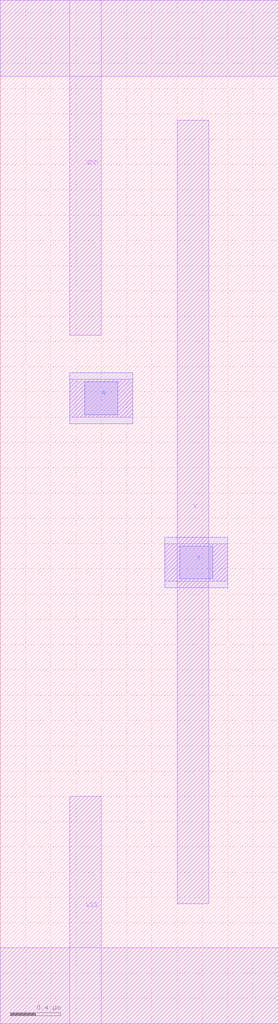
<source format=lef>
# Copyright 2022 Google LLC
# Licensed under the Apache License, Version 2.0 (the "License");
# you may not use this file except in compliance with the License.
# You may obtain a copy of the License at
#
#      http://www.apache.org/licenses/LICENSE-2.0
#
# Unless required by applicable law or agreed to in writing, software
# distributed under the License is distributed on an "AS IS" BASIS,
# WITHOUT WARRANTIES OR CONDITIONS OF ANY KIND, either express or implied.
# See the License for the specific language governing permissions and
# limitations under the License.
VERSION 5.7 ;
BUSBITCHARS "[]" ;
DIVIDERCHAR "/" ;

MACRO gf180mcu_osu_sc_gp12t3v3__inv_1
  CLASS CORE ;
  ORIGIN 0 0 ;
  FOREIGN gf180mcu_osu_sc_gp12t3v3__inv_1 0 0 ;
  SIZE 2.2 BY 8.1 ;
  SYMMETRY X Y ;
  SITE GF180_3p3_12t ;
  PIN VDD
    DIRECTION INOUT ;
    USE POWER ;
    SHAPE ABUTMENT ;
    PORT
      LAYER MET1 ;
        RECT 0 7.5 2.2 8.1 ;
        RECT 0.55 5.45 0.8 8.1 ;
    END
  END VDD
  PIN VSS
    DIRECTION INOUT ;
    USE GROUND ;
    PORT
      LAYER MET1 ;
        RECT 0 0 2.2 0.6 ;
        RECT 0.55 0 0.8 1.8 ;
    END
  END VSS
  PIN A
    DIRECTION INPUT ;
    USE SIGNAL ;
    PORT
      LAYER MET1 ;
        RECT 0.55 4.8 1.05 5.1 ;
      LAYER MET2 ;
        RECT 0.55 4.75 1.05 5.15 ;
      LAYER VIA12 ;
        RECT 0.67 4.82 0.93 5.08 ;
    END
  END A
  PIN Y
    DIRECTION OUTPUT ;
    USE SIGNAL ;
    PORT
      LAYER MET1 ;
        RECT 1.3 3.5 1.8 3.8 ;
        RECT 1.4 0.95 1.65 7.15 ;
      LAYER MET2 ;
        RECT 1.3 3.45 1.8 3.85 ;
      LAYER VIA12 ;
        RECT 1.42 3.52 1.68 3.78 ;
    END
  END Y
END gf180mcu_osu_sc_gp12t3v3__inv_1

</source>
